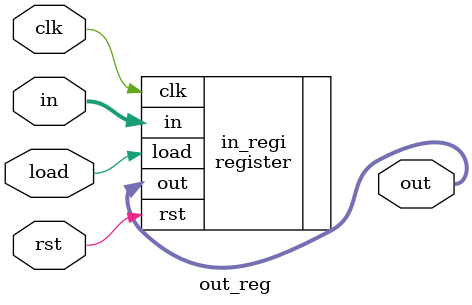
<source format=v>
module out_reg (
  input clk, rst,
  input load,
  input [15:0] in,
  output wire [15:0] out
);

  // IN Register
  register #(.WIDTH(16)) in_regi (.clk(clk), .rst(rst),
                                  .load(load),
                                  .in(in),
                                  .out(out));
 
endmodule
</source>
